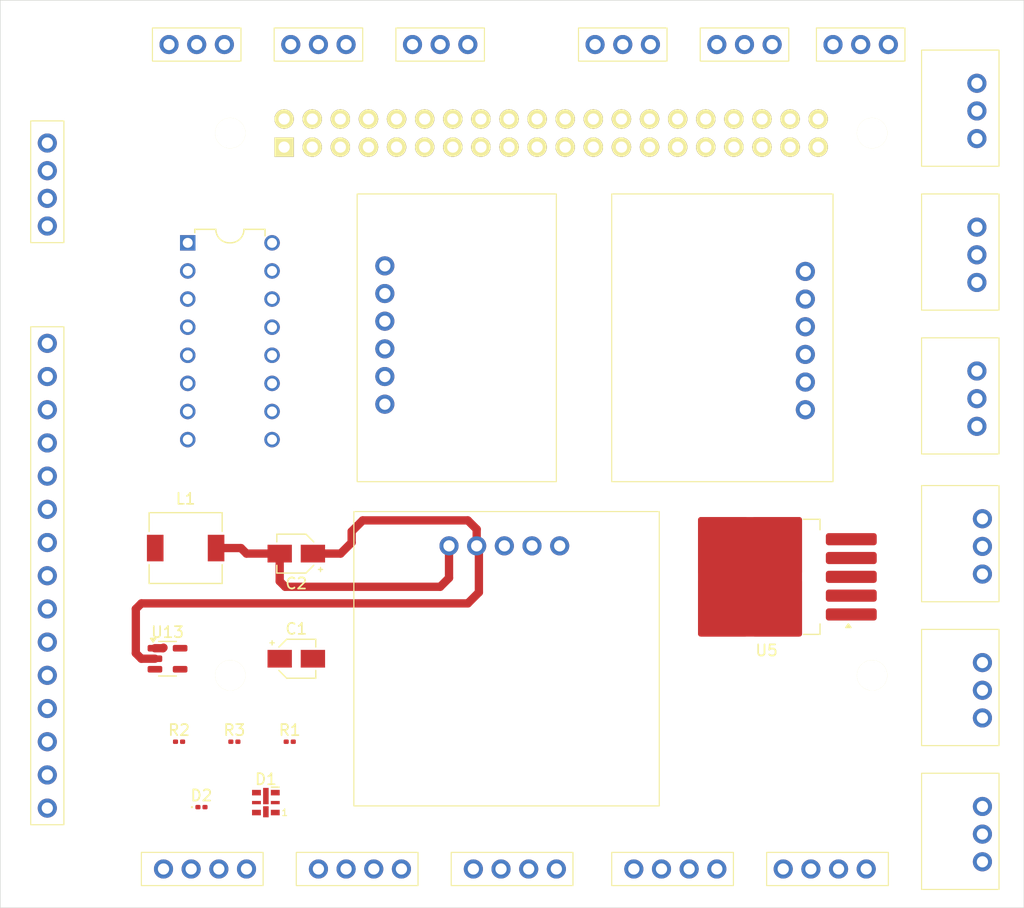
<source format=kicad_pcb>
(kicad_pcb (version 20240108) (generator "pcbnew") (generator_version "8.0")
  (layers (0 "F.Cu" signal) (31 "B.Cu" signal) (34 "B.Paste" user) (35 "F.Paste" user) (36 "B.SilkS" user "B.Silkscreen") (37 "F.SilkS" user "F.Silkscreen") (38 "B.Mask" user) (39 "F.Mask" user) (44 "Edge.Cuts" user))
  (net 0 "")
  (net 2 "+8V")
  (net 4 "Net-(D1-A)")
  (net 5 "SDA")
  (net 6 "PWM1")
  (net 7 "RX0")
  (net 8 "CS{slash}SHDN")
  (net 12 "CLK")
  (net 14 "D3")
  (net 16 "PWM0")
  (net 17 "TX0")
  (net 19 "D2")
  (net 21 "PWM2")
  (net 23 "GND")
  (net 24 "SCL")
  (net 27 "D4")
  (net 28 "+3.3V")
  (net 32 "DIN")
  (net 34 "D0")
  (net 35 "D1")
  (net 36 "D5")
  (net 37 "DOUT")
  (net 41 "A1")
  (net 42 "A2")
  (net 43 "A3")
  (net 44 "A4")
  (net 45 "A5")
  (net 46 "A6")
  (net 47 "A0")
  (net 53 "+5V")
  (net 54 "Net-(D2-K)")
  (net 55 "Net-(U13--)")
  (net 56 "Battery (+)")
  (net 59 "BAT+")
  (net 60 "BAT-")
  (footprint "Resistor_SMD:R_0201_0603Metric" (layer "F.Cu") (at 130.905 124)
    (property "Reference" "R1" (at 0 -1.05 0) (layer "F.SilkS"))
    (property "Value" "300Ω")
    (pad "1" smd roundrect (at -0.32 0) (size 0.46 0.4) (layers "F.Cu" "F.Mask") (net 53 "+5V"))
    (pad "2" smd roundrect (at 0.32 0) (size 0.46 0.4) (layers "F.Cu" "F.Mask") (net 4 "Net-(D1-A)"))
  )
  (footprint "TAFLab-Footprint-Library:DS18B20_Water_Temp_Sensor" (layer "F.Cu") (at 191 84.5 180)
    (property "Reference" "U7" (hide yes))
    (property "Value" "~" (hide yes))
    (fp_rect (start -4 -13.5) (end 3 -3) (stroke (width 0.1)) (fill none) (layer "F.SilkS"))
    (pad "1" thru_hole oval (at -2 -11 180) (size 1.7272 1.7272) (drill 1.016) (layers "*.Cu" "*.Mask") (net 34 "D0"))
    (pad "2" thru_hole oval (at -2 -8.5 180) (size 1.7272 1.7272) (drill 1.016) (layers "*.Cu" "*.Mask") (net 53 "+5V"))
    (pad "3" thru_hole oval (at -2 -6 180) (size 1.7272 1.7272) (drill 1.016) (layers "*.Cu" "*.Mask") (net 23 "GND"))
  )
  (footprint "Package_TO_SOT_SMD:TSOT-23-5" (layer "F.Cu") (at 119.8625 116.5)
    (property "Reference" "U13" (at 0 -2.4 0) (layer "F.SilkS"))
    (property "Value" "AD8603")
    (fp_line (start 0 -1.56) (end -0.8 -1.56) (stroke (width 0.12)) (layer "F.SilkS"))
    (fp_line (start 0 -1.56) (end 0.8 -1.56) (stroke (width 0.12)) (layer "F.SilkS"))
    (fp_line (start 0 1.56) (end -0.8 1.56) (stroke (width 0.12)) (layer "F.SilkS"))
    (fp_line (start 0 1.56) (end 0.8 1.56) (stroke (width 0.12)) (layer "F.SilkS"))
    (fp_poly (pts (xy -1.3 -1.51) (xy -1.54 -1.84) (xy -1.06 -1.84) (xy -1.3 -1.51)) (stroke (width 0.12)) (fill solid) (layer "F.SilkS"))
    (pad "1" smd roundrect (at -1.1375 -0.95) (size 1.325 0.6) (layers "F.Cu" "F.Paste" "F.Mask") (net 2 "+8V"))
    (pad "2" smd roundrect (at -1.1375 0) (size 1.325 0.6) (layers "F.Cu" "F.Paste" "F.Mask") (net 23 "GND"))
    (pad "3" smd roundrect (at -1.1375 0.95) (size 1.325 0.6) (layers "F.Cu" "F.Paste" "F.Mask") (net 53 "+5V"))
    (pad "4" smd roundrect (at 1.1375 0.95) (size 1.325 0.6) (layers "F.Cu" "F.Paste" "F.Mask") (net 55 "Net-(U13--)"))
    (pad "5" smd roundrect (at 1.1375 -0.95) (size 1.325 0.6) (layers "F.Cu" "F.Paste" "F.Mask") (net 56 "Battery (+)"))
  )
  (footprint "TAFLab-Footprint-Library:INA219_BatteryPowerSensor" (layer "F.Cu") (at 177.5 77 180)
    (property "Reference" "U15" (hide yes))
    (property "Value" "~" (hide yes))
    (fp_rect (start -2.5 -23.5) (end 17.5 2.5) (stroke (width 0.1)) (fill none) (layer "F.SilkS"))
    (pad "1" thru_hole oval (at 0 -17 180) (size 1.7272 1.7272) (drill 1.016) (layers "*.Cu" "*.Mask") (net 53 "+5V"))
    (pad "2" thru_hole oval (at 0 -14.5 180) (size 1.7272 1.7272) (drill 1.016) (layers "*.Cu" "*.Mask") (net 23 "GND"))
    (pad "3" thru_hole oval (at 0 -12 180) (size 1.7272 1.7272) (drill 1.016) (layers "*.Cu" "*.Mask") (net 24 "SCL"))
    (pad "4" thru_hole oval (at 0 -9.5 180) (size 1.7272 1.7272) (drill 1.016) (layers "*.Cu" "*.Mask") (net 5 "SDA"))
    (pad "5" thru_hole oval (at 0 -7 180) (size 1.7272 1.7272) (drill 1.016) (layers "*.Cu" "*.Mask"))
    (pad "6" thru_hole oval (at 0 -4.5 180) (size 1.7272 1.7272) (drill 1.016) (layers "*.Cu" "*.Mask"))
  )
  (footprint "TAFLab-Footprint-Library:RaspberryPi_4" (layer "F.Cu") (at 154.53 69)
    (property "Reference" "RP1" (hide yes))
    (property "Value" "Raspberry_Pi_2_3" (hide yes))
    (pad "" np_thru_hole circle (at -29 0) (size 2.75 2.75) (drill 2.75) (layers "*.Cu" "*.Mask" "F.SilkS"))
    (pad "" np_thru_hole circle (at -29 49) (size 2.75 2.75) (drill 2.75) (layers "*.Cu" "*.Mask" "F.SilkS"))
    (pad "" np_thru_hole circle (at 29 0) (size 2.75 2.75) (drill 2.75) (layers "*.Cu" "*.Mask" "F.SilkS"))
    (pad "" np_thru_hole circle (at 29 49) (size 2.75 2.75) (drill 2.75) (layers "*.Cu" "*.Mask" "F.SilkS"))
    (pad "1" thru_hole rect (at -24.13 1.27) (size 1.75 1.75) (drill 1.016) (layers "*.Cu" "*.Mask" "F.SilkS") (net 28 "+3.3V"))
    (pad "2" thru_hole circle (at -24.13 -1.27) (size 1.75 1.75) (drill 1.016) (layers "*.Cu" "*.Mask" "F.SilkS") (net 53 "+5V"))
    (pad "3" thru_hole circle (at -21.59 1.27) (size 1.75 1.75) (drill 1.016) (layers "*.Cu" "*.Mask" "F.SilkS") (net 5 "SDA"))
    (pad "4" thru_hole circle (at -21.59 -1.27) (size 1.75 1.75) (drill 1.016) (layers "*.Cu" "*.Mask" "F.SilkS"))
    (pad "5" thru_hole circle (at -19.05 1.27) (size 1.75 1.75) (drill 1.016) (layers "*.Cu" "*.Mask" "F.SilkS") (net 24 "SCL"))
    (pad "6" thru_hole circle (at -19.05 -1.27) (size 1.75 1.75) (drill 1.016) (layers "*.Cu" "*.Mask" "F.SilkS") (net 23 "GND"))
    (pad "7" thru_hole circle (at -16.51 1.27) (size 1.75 1.75) (drill 1.016) (layers "*.Cu" "*.Mask" "F.SilkS") (net 34 "D0"))
    (pad "8" thru_hole circle (at -16.51 -1.27) (size 1.75 1.75) (drill 1.016) (layers "*.Cu" "*.Mask" "F.SilkS") (net 7 "RX0"))
    (pad "9" thru_hole circle (at -13.97 1.27) (size 1.75 1.75) (drill 1.016) (layers "*.Cu" "*.Mask" "F.SilkS"))
    (pad "10" thru_hole circle (at -13.97 -1.27) (size 1.75 1.75) (drill 1.016) (layers "*.Cu" "*.Mask" "F.SilkS") (net 17 "TX0"))
    (pad "11" thru_hole circle (at -11.43 1.27) (size 1.75 1.75) (drill 1.016) (layers "*.Cu" "*.Mask" "F.SilkS") (net 8 "CS{slash}SHDN"))
    (pad "12" thru_hole circle (at -11.43 -1.27) (size 1.75 1.75) (drill 1.016) (layers "*.Cu" "*.Mask" "F.SilkS") (net 21 "PWM2"))
    (pad "13" thru_hole circle (at -8.89 1.27) (size 1.75 1.75) (drill 1.016) (layers "*.Cu" "*.Mask" "F.SilkS") (net 35 "D1"))
    (pad "14" thru_hole circle (at -8.89 -1.27) (size 1.75 1.75) (drill 1.016) (layers "*.Cu" "*.Mask" "F.SilkS"))
    (pad "15" thru_hole circle (at -6.35 1.27) (size 1.75 1.75) (drill 1.016) (layers "*.Cu" "*.Mask" "F.SilkS") (net 19 "D2"))
    (pad "16" thru_hole circle (at -6.35 -1.27) (size 1.75 1.75) (drill 1.016) (layers "*.Cu" "*.Mask" "F.SilkS") (net 14 "D3"))
    (pad "17" thru_hole circle (at -3.81 1.27) (size 1.75 1.75) (drill 1.016) (layers "*.Cu" "*.Mask" "F.SilkS"))
    (pad "18" thru_hole circle (at -3.81 -1.27) (size 1.75 1.75) (drill 1.016) (layers "*.Cu" "*.Mask" "F.SilkS"))
    (pad "19" thru_hole circle (at -1.27 1.27) (size 1.75 1.75) (drill 1.016) (layers "*.Cu" "*.Mask" "F.SilkS") (net 27 "D4"))
    (pad "20" thru_hole circle (at -1.27 -1.27) (size 1.75 1.75) (drill 1.016) (layers "*.Cu" "*.Mask" "F.SilkS"))
    (pad "21" thru_hole circle (at 1.27 1.27) (size 1.75 1.75) (drill 1.016) (layers "*.Cu" "*.Mask" "F.SilkS"))
    (pad "22" thru_hole circle (at 1.27 -1.27) (size 1.75 1.75) (drill 1.016) (layers "*.Cu" "*.Mask" "F.SilkS") (net 36 "D5"))
    (pad "23" thru_hole circle (at 3.81 1.27) (size 1.75 1.75) (drill 1.016) (layers "*.Cu" "*.Mask" "F.SilkS"))
    (pad "24" thru_hole circle (at 3.81 -1.27) (size 1.75 1.75) (drill 1.016) (layers "*.Cu" "*.Mask" "F.SilkS"))
    (pad "25" thru_hole circle (at 6.35 1.27) (size 1.75 1.75) (drill 1.016) (layers "*.Cu" "*.Mask" "F.SilkS"))
    (pad "26" thru_hole circle (at 6.35 -1.27) (size 1.75 1.75) (drill 1.016) (layers "*.Cu" "*.Mask" "F.SilkS"))
    (pad "27" thru_hole circle (at 8.89 1.27) (size 1.75 1.75) (drill 1.016) (layers "*.Cu" "*.Mask" "F.SilkS"))
    (pad "28" thru_hole circle (at 8.89 -1.27) (size 1.75 1.75) (drill 1.016) (layers "*.Cu" "*.Mask" "F.SilkS"))
    (pad "29" thru_hole circle (at 11.43 1.27) (size 1.75 1.75) (drill 1.016) (layers "*.Cu" "*.Mask" "F.SilkS"))
    (pad "30" thru_hole circle (at 11.43 -1.27) (size 1.75 1.75) (drill 1.016) (layers "*.Cu" "*.Mask" "F.SilkS"))
    (pad "31" thru_hole circle (at 13.97 1.27) (size 1.75 1.75) (drill 1.016) (layers "*.Cu" "*.Mask" "F.SilkS"))
    (pad "32" thru_hole circle (at 13.97 -1.27) (size 1.75 1.75) (drill 1.016) (layers "*.Cu" "*.Mask" "F.SilkS") (net 16 "PWM0"))
    (pad "33" thru_hole circle (at 16.51 1.27) (size 1.75 1.75) (drill 1.016) (layers "*.Cu" "*.Mask" "F.SilkS") (net 6 "PWM1"))
    (pad "34" thru_hole circle (at 16.51 -1.27) (size 1.75 1.75) (drill 1.016) (layers "*.Cu" "*.Mask" "F.SilkS"))
    (pad "35" thru_hole circle (at 19.05 1.27) (size 1.75 1.75) (drill 1.016) (layers "*.Cu" "*.Mask" "F.SilkS") (net 37 "DOUT"))
    (pad "36" thru_hole circle (at 19.05 -1.27) (size 1.75 1.75) (drill 1.016) (layers "*.Cu" "*.Mask" "F.SilkS"))
    (pad "37" thru_hole circle (at 21.59 1.27) (size 1.75 1.75) (drill 1.016) (layers "*.Cu" "*.Mask" "F.SilkS"))
    (pad "38" thru_hole circle (at 21.59 -1.27) (size 1.75 1.75) (drill 1.016) (layers "*.Cu" "*.Mask" "F.SilkS") (net 32 "DIN"))
    (pad "39" thru_hole circle (at 24.13 1.27) (size 1.75 1.75) (drill 1.016) (layers "*.Cu" "*.Mask" "F.SilkS"))
    (pad "40" thru_hole circle (at 24.13 -1.27) (size 1.75 1.75) (drill 1.016) (layers "*.Cu" "*.Mask" "F.SilkS") (net 12 "CLK"))
  )
  (footprint "TAFLab-Footprint-Library:Default4Pin" (layer "F.Cu") (at 148.5 135.5 90)
    (property "Reference" "U26" (hide yes))
    (property "Value" "~" (hide yes))
    (fp_rect (start -1.5 -17) (end 1.5 -6) (stroke (width 0.1)) (fill none) (layer "F.SilkS"))
    (pad "1" thru_hole oval (at 0 -15 90) (size 1.7272 1.7272) (drill 1.016) (layers "*.Cu" "*.Mask") (net 53 "+5V"))
    (pad "2" thru_hole oval (at 0 -12.5 90) (size 1.7272 1.7272) (drill 1.016) (layers "*.Cu" "*.Mask") (net 23 "GND"))
    (pad "3" thru_hole oval (at 0 -10 90) (size 1.7272 1.7272) (drill 1.016) (layers "*.Cu" "*.Mask") (net 5 "SDA"))
    (pad "4" thru_hole oval (at 0 -7.5 90) (size 1.7272 1.7272) (drill 1.016) (layers "*.Cu" "*.Mask") (net 24 "SCL"))
  )
  (footprint "Resistor_SMD:R_0201_0603Metric" (layer "F.Cu") (at 120.905 124)
    (property "Reference" "R2" (at 0 -1.05 0) (layer "F.SilkS"))
    (property "Value" "160Ω")
    (pad "1" smd roundrect (at -0.32 0) (size 0.46 0.4) (layers "F.Cu" "F.Mask") (net 55 "Net-(U13--)"))
    (pad "2" smd roundrect (at 0.32 0) (size 0.46 0.4) (layers "F.Cu" "F.Mask") (net 2 "+8V"))
  )
  (footprint "TAFLab-Footprint-Library:Default3Pin" (layer "F.Cu") (at 153.5 61 -90)
    (property "Reference" "U21" (hide yes))
    (property "Value" "~" (hide yes))
    (fp_rect (start -1.5 -11.5) (end 1.5 -3.5) (stroke (width 0.1)) (fill none) (layer "F.SilkS"))
    (pad "1" thru_hole oval (at 0 -10 270) (size 1.7272 1.7272) (drill 1.016) (layers "*.Cu" "*.Mask") (net 53 "+5V"))
    (pad "2" thru_hole oval (at 0 -7.5 270) (size 1.7272 1.7272) (drill 1.016) (layers "*.Cu" "*.Mask") (net 23 "GND"))
    (pad "3" thru_hole oval (at 0 -5 270) (size 1.7272 1.7272) (drill 1.016) (layers "*.Cu" "*.Mask") (net 36 "D5"))
  )
  (footprint "TAFLab-Footprint-Library:Default4Pin" (layer "F.Cu") (at 168 135.5 -90)
    (property "Reference" "U28" (hide yes))
    (property "Value" "~" (hide yes))
    (fp_rect (start -1.5 -17) (end 1.5 -6) (stroke (width 0.1)) (fill none) (layer "F.SilkS"))
    (pad "1" thru_hole oval (at 0 -15 270) (size 1.7272 1.7272) (drill 1.016) (layers "*.Cu" "*.Mask") (net 53 "+5V"))
    (pad "2" thru_hole oval (at 0 -12.5 270) (size 1.7272 1.7272) (drill 1.016) (layers "*.Cu" "*.Mask") (net 23 "GND"))
    (pad "3" thru_hole oval (at 0 -10 270) (size 1.7272 1.7272) (drill 1.016) (layers "*.Cu" "*.Mask") (net 5 "SDA"))
    (pad "4" thru_hole oval (at 0 -7.5 270) (size 1.7272 1.7272) (drill 1.016) (layers "*.Cu" "*.Mask") (net 24 "SCL"))
  )
  (footprint "TAFLab-Footprint-Library:DS18B20_Water_Temp_Sensor" (layer "F.Cu") (at 191 71.5 180)
    (property "Reference" "U8" (hide yes))
    (property "Value" "~" (hide yes))
    (fp_rect (start -4 -13.5) (end 3 -3) (stroke (width 0.1)) (fill none) (layer "F.SilkS"))
    (pad "1" thru_hole oval (at -2 -11 180) (size 1.7272 1.7272) (drill 1.016) (layers "*.Cu" "*.Mask") (net 35 "D1"))
    (pad "2" thru_hole oval (at -2 -8.5 180) (size 1.7272 1.7272) (drill 1.016) (layers "*.Cu" "*.Mask") (net 53 "+5V"))
    (pad "3" thru_hole oval (at -2 -6 180) (size 1.7272 1.7272) (drill 1.016) (layers "*.Cu" "*.Mask") (net 23 "GND"))
  )
  (footprint "TAFLab-Footprint-Library:Default4Pin" (layer "F.Cu") (at 177 135.5 90)
    (property "Reference" "U29" (hide yes))
    (property "Value" "~" (hide yes))
    (fp_rect (start -1.5 -17) (end 1.5 -6) (stroke (width 0.1)) (fill none) (layer "F.SilkS"))
    (pad "1" thru_hole oval (at 0 -15 90) (size 1.7272 1.7272) (drill 1.016) (layers "*.Cu" "*.Mask") (net 53 "+5V"))
    (pad "2" thru_hole oval (at 0 -12.5 90) (size 1.7272 1.7272) (drill 1.016) (layers "*.Cu" "*.Mask") (net 23 "GND"))
    (pad "3" thru_hole oval (at 0 -10 90) (size 1.7272 1.7272) (drill 1.016) (layers "*.Cu" "*.Mask") (net 5 "SDA"))
    (pad "4" thru_hole oval (at 0 -7.5 90) (size 1.7272 1.7272) (drill 1.016) (layers "*.Cu" "*.Mask") (net 24 "SCL"))
  )
  (footprint "Capacitor_SMD:CP_Elec_3x5.3" (layer "F.Cu") (at 131.5 107 180)
    (property "Reference" "C2" (at 0 -2.7 180) (layer "F.SilkS"))
    (property "Value" "220 uF")
    (fp_line (start 1.76 1.76) (end 1.76 1.06) (stroke (width 0.12)) (layer "F.SilkS"))
    (fp_line (start 1.76 -1.76) (end 1.76 -1.06) (stroke (width 0.12)) (layer "F.SilkS"))
    (fp_line (start -0.870563 1.76) (end 1.76 1.76) (stroke (width 0.12)) (layer "F.SilkS"))
    (fp_line (start -0.870563 -1.76) (end 1.76 -1.76) (stroke (width 0.12)) (layer "F.SilkS"))
    (fp_line (start -1.570563 1.06) (end -0.870563 1.76) (stroke (width 0.12)) (layer "F.SilkS"))
    (fp_line (start -1.570563 -1.06) (end -0.870563 -1.76) (stroke (width 0.12)) (layer "F.SilkS"))
    (fp_line (start -2.1875 -1.6225) (end -2.1875 -1.2475) (stroke (width 0.12)) (layer "F.SilkS"))
    (fp_line (start -2.375 -1.435) (end -2 -1.435) (stroke (width 0.12)) (layer "F.SilkS"))
    (pad "1" smd rect (at -1.5 0 180) (size 2.2 1.6) (layers "F.Cu" "F.Paste" "F.Mask") (net 23 "GND"))
    (pad "2" smd rect (at 1.5 0 180) (size 2.2 1.6) (layers "F.Cu" "F.Paste" "F.Mask") (net 53 "+5V"))
  )
  (footprint "TAFLab-Footprint-Library:Default3Pin" (layer "F.Cu") (at 164.5 61 -90)
    (property "Reference" "U20" (hide yes))
    (property "Value" "~" (hide yes))
    (fp_rect (start -1.5 -11.5) (end 1.5 -3.5) (stroke (width 0.1)) (fill none) (layer "F.SilkS"))
    (pad "1" thru_hole oval (at 0 -10 270) (size 1.7272 1.7272) (drill 1.016) (layers "*.Cu" "*.Mask") (net 53 "+5V"))
    (pad "2" thru_hole oval (at 0 -7.5 270) (size 1.7272 1.7272) (drill 1.016) (layers "*.Cu" "*.Mask") (net 23 "GND"))
    (pad "3" thru_hole oval (at 0 -5 270) (size 1.7272 1.7272) (drill 1.016) (layers "*.Cu" "*.Mask") (net 27 "D4"))
  )
  (footprint "Inductor_SMD:L_6.3x6.3_H3" (layer "F.Cu") (at 121.5 106.5)
    (property "Reference" "L1" (at 0 -4.45 0) (layer "F.SilkS"))
    (property "Value" "33uH")
    (fp_line (start -3.3 -3.2) (end 3.3 -3.2) (stroke (width 0.12)) (layer "F.SilkS"))
    (fp_line (start -3.3 -1.5) (end -3.3 -3.2) (stroke (width 0.12)) (layer "F.SilkS"))
    (fp_line (start -3.3 3.2) (end -3.3 1.5) (stroke (width 0.12)) (layer "F.SilkS"))
    (fp_line (start 3.3 -3.2) (end 3.3 -1.5) (stroke (width 0.12)) (layer "F.SilkS"))
    (fp_line (start 3.3 1.5) (end 3.3 3.2) (stroke (width 0.12)) (layer "F.SilkS"))
    (fp_line (start 3.3 3.2) (end -3.3 3.2) (stroke (width 0.12)) (layer "F.SilkS"))
    (pad "1" smd rect (at -2.75 0) (size 1.5 2.4) (layers "F.Cu" "F.Paste" "F.Mask") (net 54 "Net-(D2-K)"))
    (pad "2" smd rect (at 2.75 0) (size 1.5 2.4) (layers "F.Cu" "F.Paste" "F.Mask") (net 53 "+5V"))
  )
  (footprint "TAFLab-Footprint-Library:GT-U7_GPS" (layer "F.Cu") (at 140.3 106.3 -90)
    (property "Reference" "U4" (hide yes))
    (property "Value" "~" (hide yes))
    (fp_rect (start -3.1 -24) (end 23.5 3.6) (stroke (width 0.1)) (fill none) (layer "F.SilkS"))
    (pad "1" thru_hole oval (at 0 -15 270) (size 1.7272 1.7272) (drill 1.016) (layers "*.Cu" "*.Mask"))
    (pad "2" thru_hole oval (at 0 -12.5 270) (size 1.7272 1.7272) (drill 1.016) (layers "*.Cu" "*.Mask") (net 17 "TX0"))
    (pad "3" thru_hole oval (at 0 -10 270) (size 1.7272 1.7272) (drill 1.016) (layers "*.Cu" "*.Mask") (net 7 "RX0"))
    (pad "4" thru_hole oval (at 0 -7.5 270) (size 1.7272 1.7272) (drill 1.016) (layers "*.Cu" "*.Mask") (net 23 "GND"))
    (pad "5" thru_hole oval (at 0 -5 270) (size 1.7272 1.7272) (drill 1.016) (layers "*.Cu" "*.Mask") (net 53 "+5V"))
  )
  (footprint "LED_SMD:LED-APA102-2020" (layer "F.Cu") (at 128.75 129.5 180)
    (property "Reference" "D1" (at 0 2.11 180) (layer "F.SilkS"))
    (property "Value" "LED")
    (fp_line (start -1.2 1.4) (end -0.5 1.4) (stroke (width 0.12)) (layer "F.SilkS"))
    (fp_text user "1" (at -1.7 -0.9 180) (layer "F.SilkS") (effects (font (size 0.6 0.6) (thickness 0.1))))
    (pad "1" smd rect (at -0.85 -0.9 180) (size 0.8 0.5) (layers "F.Cu" "F.Paste" "F.Mask") (net 23 "GND"))
    (pad "1" smd rect (at 0 -0.83 270) (size 1 0.5) (layers "F.Cu" "F.Paste" "F.Mask") (net 23 "GND"))
    (pad "2" smd rect (at -0.85 0 180) (size 0.8 0.3) (layers "F.Cu" "F.Paste" "F.Mask") (net 4 "Net-(D1-A)"))
    (pad "3" smd rect (at -0.85 0.9 180) (size 0.8 0.5) (layers "F.Cu" "F.Paste" "F.Mask"))
    (pad "4" smd rect (at 0.85 0.9 180) (size 0.8 0.5) (layers "F.Cu" "F.Paste" "F.Mask"))
    (pad "5" smd rect (at 0.85 0 180) (size 0.8 0.3) (layers "F.Cu" "F.Paste" "F.Mask"))
    (pad "6" smd rect (at 0 0.59 270) (size 1.48 0.5) (layers "F.Cu" "F.Paste" "F.Mask"))
    (pad "6" smd rect (at 0.85 -0.9 180) (size 0.8 0.5) (layers "F.Cu" "F.Paste" "F.Mask"))
  )
  (footprint "TAFLab-Footprint-Library:MPU6050_IMU_Accelerometer" (layer "F.Cu") (at 139 97)
    (property "Reference" "U6" (hide yes))
    (property "Value" "~" (hide yes))
    (fp_rect (start -2 -22.5) (end 16 3.5) (stroke (width 0.1)) (fill none) (layer "F.SilkS"))
    (pad "1" thru_hole oval (at 0.5 -16) (size 1.7272 1.7272) (drill 1.016) (layers "*.Cu" "*.Mask") (net 53 "+5V"))
    (pad "2" thru_hole oval (at 0.5 -13.5) (size 1.7272 1.7272) (drill 1.016) (layers "*.Cu" "*.Mask"))
    (pad "3" thru_hole oval (at 0.5 -11) (size 1.7272 1.7272) (drill 1.016) (layers "*.Cu" "*.Mask") (net 23 "GND"))
    (pad "4" thru_hole oval (at 0.5 -8.5) (size 1.7272 1.7272) (drill 1.016) (layers "*.Cu" "*.Mask") (net 24 "SCL"))
    (pad "5" thru_hole oval (at 0.5 -6) (size 1.7272 1.7272) (drill 1.016) (layers "*.Cu" "*.Mask") (net 5 "SDA"))
    (pad "6" thru_hole oval (at 0.5 -3.5) (size 1.7272 1.7272) (drill 1.016) (layers "*.Cu" "*.Mask"))
  )
  (footprint "TAFLab-Footprint-Library:MCP3008" (layer "F.Cu") (at 125.5 87.81 -90)
    (property "Reference" "U33" (hide yes))
    (property "Value" "MCP3008" (hide yes))
    (fp_line (start -10.11 3.175) (end -9.8 3.175) (stroke (width 0.127)) (layer "F.SilkS"))
    (fp_line (start -10.11 3.175) (end -10.11 1.27) (stroke (width 0.127)) (layer "F.SilkS"))
    (fp_line (start -10.11 -1.27) (end -10.11 -3.175) (stroke (width 0.127)) (layer "F.SilkS"))
    (fp_line (start -10.11 -3.175) (end -9.525 -3.175) (stroke (width 0.127)) (layer "F.SilkS"))
    (fp_arc (start -8.89 0.05) (mid -9.24733 0.91267) (end -10.11 1.27) (stroke (width 0.127)) (layer "F.SilkS"))
    (fp_arc (start -10.11 -1.27) (mid -9.24733 -0.91267) (end -8.89 -0.05) (stroke (width 0.127)) (layer "F.SilkS"))
    (pad "1" thru_hole rect (at -8.89 3.81 270) (size 1.4 1.4) (drill 0.9) (layers "*.Cu" "*.Mask") (net 47 "A0"))
    (pad "2" thru_hole circle (at -6.35 3.81 270) (size 1.4 1.4) (drill 0.9) (layers "*.Cu" "*.Mask") (net 41 "A1"))
    (pad "3" thru_hole circle (at -3.81 3.81 270) (size 1.4 1.4) (drill 0.9) (layers "*.Cu" "*.Mask") (net 42 "A2"))
    (pad "4" thru_hole circle (at -1.27 3.81 270) (size 1.4 1.4) (drill 0.9) (layers "*.Cu" "*.Mask") (net 43 "A3"))
    (pad "5" thru_hole circle (at 1.27 3.81 270) (size 1.4 1.4) (drill 0.9) (layers "*.Cu" "*.Mask") (net 44 "A4"))
    (pad "6" thru_hole circle (at 3.81 3.81 270) (size 1.4 1.4) (drill 0.9) (layers "*.Cu" "*.Mask") (net 45 "A5"))
    (pad "7" thru_hole circle (at 6.35 3.81 270) (size 1.4 1.4) (drill 0.9) (layers "*.Cu" "*.Mask") (net 46 "A6"))
    (pad "8" thru_hole circle (at 8.89 3.81 270) (size 1.4 1.4) (drill 0.9) (layers "*.Cu" "*.Mask"))
    (pad "9" thru_hole circle (at 8.89 -3.81 270) (size 1.4 1.4) (drill 0.9) (layers "*.Cu" "*.Mask") (net 23 "GND"))
    (pad "10" thru_hole circle (at 6.35 -3.81 270) (size 1.4 1.4) (drill 0.9) (layers "*.Cu" "*.Mask") (net 8 "CS{slash}SHDN"))
    (pad "11" thru_hole circle (at 3.81 -3.81 270) (size 1.4 1.4) (drill 0.9) (layers "*.Cu" "*.Mask") (net 32 "DIN"))
    (pad "12" thru_hole circle (at 1.27 -3.81 270) (size 1.4 1.4) (drill 0.9) (layers "*.Cu" "*.Mask") (net 37 "DOUT"))
    (pad "13" thru_hole circle (at -1.27 -3.81 270) (size 1.4 1.4) (drill 0.9) (layers "*.Cu" "*.Mask") (net 12 "CLK"))
    (pad "14" thru_hole circle (at -3.81 -3.81 270) (size 1.4 1.4) (drill 0.9) (layers "*.Cu" "*.Mask") (net 23 "GND"))
    (pad "15" thru_hole circle (at -6.35 -3.81 270) (size 1.4 1.4) (drill 0.9) (layers "*.Cu" "*.Mask") (net 28 "+3.3V"))
    (pad "16" thru_hole circle (at -8.89 -3.81 270) (size 1.4 1.4) (drill 0.9) (layers "*.Cu" "*.Mask") (net 28 "+3.3V"))
  )
  (footprint "Capacitor_SMD:CP_Elec_3x5.3" (layer "F.Cu") (at 131.5 116.5)
    (property "Reference" "C1" (at 0 -2.7 0) (layer "F.SilkS"))
    (property "Value" "680 uF")
    (fp_line (start -2.375 -1.435) (end -2 -1.435) (stroke (width 0.12)) (layer "F.SilkS"))
    (fp_line (start -2.1875 -1.6225) (end -2.1875 -1.2475) (stroke (width 0.12)) (layer "F.SilkS"))
    (fp_line (start -1.570563 -1.06) (end -0.870563 -1.76) (stroke (width 0.12)) (layer "F.SilkS"))
    (fp_line (start -1.570563 1.06) (end -0.870563 1.76) (stroke (width 0.12)) (layer "F.SilkS"))
    (fp_line (start -0.870563 -1.76) (end 1.76 -1.76) (stroke (width 0.12)) (layer "F.SilkS"))
    (fp_line (start -0.870563 1.76) (end 1.76 1.76) (stroke (width 0.12)) (layer "F.SilkS"))
    (fp_line (start 1.76 -1.76) (end 1.76 -1.06) (stroke (width 0.12)) (layer "F.SilkS"))
    (fp_line (start 1.76 1.76) (end 1.76 1.06) (stroke (width 0.12)) (layer "F.SilkS"))
    (pad "1" smd rect (at -1.5 0) (size 2.2 1.6) (layers "F.Cu" "F.Paste" "F.Mask") (net 60 "BAT-"))
    (pad "2" smd rect (at 1.5 0) (size 2.2 1.6) (layers "F.Cu" "F.Paste" "F.Mask") (net 59 "BAT+"))
  )
  (footprint "TAFLab-Footprint-Library:Default4Pin" (layer "F.Cu") (at 109 84.9)
    (property "Reference" "U14" (hide yes))
    (property "Value" "~" (hide yes))
    (fp_rect (start -1.5 -17) (end 1.5 -6) (stroke (width 0.1)) (fill none) (layer "F.SilkS"))
    (pad "1" thru_hole oval (at 0 -15) (size 1.7272 1.7272) (drill 1.016) (layers "*.Cu" "*.Mask") (net 53 "+5V"))
    (pad "2" thru_hole oval (at 0 -12.5) (size 1.7272 1.7272) (drill 1.016) (layers "*.Cu" "*.Mask") (net 23 "GND"))
    (pad "3" thru_hole oval (at 0 -10) (size 1.7272 1.7272) (drill 1.016) (layers "*.Cu" "*.Mask") (net 5 "SDA"))
    (pad "4" thru_hole oval (at 0 -7.5) (size 1.7272 1.7272) (drill 1.016) (layers "*.Cu" "*.Mask") (net 24 "SCL"))
  )
  (footprint "TAFLab-Footprint-Library:HW038_WaterLevelSensor" (layer "F.Cu") (at 193 93.85 180)
    (property "Reference" "U12" (hide yes))
    (property "Value" "~" (hide yes))
    (fp_rect (start -2 -17.5) (end 5 -7) (stroke (width 0.1)) (fill none) (layer "F.SilkS"))
    (pad "1" thru_hole oval (at -0.5 -10 180) (size 1.7272 1.7272) (drill 1.016) (layers "*.Cu" "*.Mask") (net 43 "A3"))
    (pad "2" thru_hole oval (at -0.5 -12.5 180) (size 1.7272 1.7272) (drill 1.016) (layers "*.Cu" "*.Mask") (net 53 "+5V"))
    (pad "3" thru_hole oval (at -0.5 -15 180) (size 1.7272 1.7272) (drill 1.016) (layers "*.Cu" "*.Mask") (net 23 "GND"))
  )
  (footprint "Package_TO_SOT_SMD:TO-263-5_TabPin3" (layer "F.Cu") (at 174 109.1 180)
    (property "Reference" "U5" (at 0 -6.65 180) (layer "F.SilkS"))
    (property "Value" "LM2596S-5")
    (fp_line (start -3.325 5.2) (end -4.825 5.2) (stroke (width 0.12)) (layer "F.SilkS"))
    (fp_line (start -3.325 -5.2) (end -4.825 -5.2) (stroke (width 0.12)) (layer "F.SilkS"))
    (fp_line (start -4.825 5.2) (end -4.825 4.25) (stroke (width 0.12)) (layer "F.SilkS"))
    (fp_line (start -4.825 -5.2) (end -4.825 -4.25) (stroke (width 0.12)) (layer "F.SilkS"))
    (fp_poly (pts (xy -7.3875 -4.25) (xy -7.6275 -4.58) (xy -7.1475 -4.58) (xy -7.3875 -4.25)) (stroke (width 0.12)) (fill solid) (layer "F.SilkS"))
    (pad "1" smd roundrect (at -7.65 -3.4 180) (size 4.6 1.1) (layers "F.Cu" "F.Paste" "F.Mask") (roundrect_rratio 0.227273) (net 59 "BAT+"))
    (pad "2" smd roundrect (at -7.65 -1.7 180) (size 4.6 1.1) (layers "F.Cu" "F.Paste" "F.Mask") (roundrect_rratio 0.227273) (net 54 "Net-(D2-K)"))
    (pad "3" smd roundrect (at -7.65 0 180) (size 4.6 1.1) (layers "F.Cu" "F.Paste" "F.Mask") (roundrect_rratio 0.227273) (net 23 "GND"))
    (pad "3" smd roundrect (at -0.925 -2.775 180) (size 4.55 5.25) (layers "F.Cu" "F.Paste") (roundrect_rratio 0.054945) (net 23 "GND"))
    (pad "3" smd roundrect (at -0.925 2.775 180) (size 4.55 5.25) (layers "F.Cu" "F.Paste") (roundrect_rratio 0.054945) (net 23 "GND"))
    (pad "3" smd roundrect (at 1.5 0 180) (size 9.4 10.8) (layers "F.Cu" "F.Mask") (roundrect_rratio 0.026596) (net 23 "GND"))
    (pad "3" smd roundrect (at 3.925 -2.775 180) (size 4.55 5.25) (layers "F.Cu" "F.Paste") (roundrect_rratio 0.054945) (net 23 "GND"))
    (pad "3" smd roundrect (at 3.925 2.775 180) (size 4.55 5.25) (layers "F.Cu" "F.Paste") (roundrect_rratio 0.054945) (net 23 "GND"))
    (pad "4" smd roundrect (at -7.65 1.7 180) (size 4.6 1.1) (layers "F.Cu" "F.Paste" "F.Mask") (roundrect_rratio 0.227273) (net 53 "+5V"))
    (pad "5" smd roundrect (at -7.65 3.4 180) (size 4.6 1.1) (layers "F.Cu" "F.Paste" "F.Mask") (roundrect_rratio 0.227273) (net 60 "BAT-"))
  )
  (footprint "TAFLab-Footprint-Library:Default3Pin" (layer "F.Cu") (at 152 61 90)
    (property "Reference" "U24" (hide yes))
    (property "Value" "~" (hide yes))
    (fp_rect (start -1.5 -11.5) (end 1.5 -3.5) (stroke (width 0.1)) (fill none) (layer "F.SilkS"))
    (pad "1" thru_hole oval (at 0 -10 90) (size 1.7272 1.7272) (drill 1.016) (layers "*.Cu" "*.Mask") (net 53 "+5V"))
    (pad "2" thru_hole oval (at 0 -7.5 90) (size 1.7272 1.7272) (drill 1.016) (layers "*.Cu" "*.Mask") (net 23 "GND"))
    (pad "3" thru_hole oval (at 0 -5 90) (size 1.7272 1.7272) (drill 1.016) (layers "*.Cu" "*.Mask") (net 46 "A6"))
  )
  (footprint "TAFLab-Footprint-Library:Default3Pin" (layer "F.Cu") (at 141 61 90)
    (property "Reference" "U23" (hide yes))
    (property "Value" "~" (hide yes))
    (fp_rect (start -1.5 -11.5) (end 1.5 -3.5) (stroke (width 0.1)) (fill none) (layer "F.SilkS"))
    (pad "1" thru_hole oval (at 0 -10 90) (size 1.7272 1.7272) (drill 1.016) (layers "*.Cu" "*.Mask") (net 53 "+5V"))
    (pad "2" thru_hole oval (at 0 -7.5 90) (size 1.7272 1.7272) (drill 1.016) (layers "*.Cu" "*.Mask") (net 23 "GND"))
    (pad "3" thru_hole oval (at 0 -5 90) (size 1.7272 1.7272) (drill 1.016) (layers "*.Cu" "*.Mask") (net 45 "A5"))
  )
  (footprint "TAFLab-Footprint-Library:HW038_WaterLevelSensor" (layer "F.Cu") (at 193 106.85 180)
    (property "Reference" "U11" (hide yes))
    (property "Value" "~" (hide yes))
    (fp_rect (start -2 -17.5) (end 5 -7) (stroke (width 0.1)) (fill none) (layer "F.SilkS"))
    (pad "1" thru_hole oval (at -0.5 -10 180) (size 1.7272 1.7272) (drill 1.016) (layers "*.Cu" "*.Mask") (net 42 "A2"))
    (pad "2" thru_hole oval (at -0.5 -12.5 180) (size 1.7272 1.7272) (drill 1.016) (layers "*.Cu" "*.Mask") (net 53 "+5V"))
    (pad "3" thru_hole oval (at -0.5 -15 180) (size 1.7272 1.7272) (drill 1.016) (layers "*.Cu" "*.Mask") (net 23 "GND"))
  )
  (footprint "TAFLab-Footprint-Library:Default4Pin" (layer "F.Cu") (at 162.5 135.5 90)
    (property "Reference" "U27" (hide yes))
    (property "Value" "~" (hide yes))
    (fp_rect (start -1.5 -17) (end 1.5 -6) (stroke (width 0.1)) (fill none) (layer "F.SilkS"))
    (pad "1" thru_hole oval (at 0 -15 90) (size 1.7272 1.7272) (drill 1.016) (layers "*.Cu" "*.Mask") (net 53 "+5V"))
    (pad "2" thru_hole oval (at 0 -12.5 90) (size 1.7272 1.7272) (drill 1.016) (layers "*.Cu" "*.Mask") (net 23 "GND"))
    (pad "3" thru_hole oval (at 0 -10 90) (size 1.7272 1.7272) (drill 1.016) (layers "*.Cu" "*.Mask") (net 5 "SDA"))
    (pad "4" thru_hole oval (at 0 -7.5 90) (size 1.7272 1.7272) (drill 1.016) (layers "*.Cu" "*.Mask") (net 24 "SCL"))
  )
  (footprint "Diode_SMD:D_0201_0603Metric" (layer "F.Cu") (at 122.93 129.91)
    (property "Reference" "D2" (at 0 -1.05 0) (layer "F.SilkS"))
    (property "Value" "D")
    (fp_circle (center -0.86 0) (end -0.81 0) (stroke (width 0.1)) (fill none) (layer "F.SilkS"))
    (pad "1" smd roundrect (at -0.32 0) (size 0.46 0.4) (layers "F.Cu" "F.Mask") (net 54 "Net-(D2-K)"))
    (pad "2" smd roundrect (at 0.32 0) (size 0.46 0.4) (layers "F.Cu" "F.Mask") (net 23 "GND"))
  )
  (footprint "TAFLab-Footprint-Library:RearWireConnector" (layer "F.Cu") (at 107.5 86.5 -90)
    (property "Reference" "U34" (hide yes))
    (property "Value" "~" (hide yes))
    (fp_rect (start 0 -3) (end 45 0) (stroke (width 0.1)) (fill none) (layer "F.SilkS"))
    (pad "1" thru_hole oval (at 1.5 -1.5 270) (size 1.7272 1.7272) (drill 1.016) (layers "*.Cu" "*.Mask") (net 53 "+5V"))
    (pad "2" thru_hole oval (at 4.5 -1.5 270) (size 1.7272 1.7272) (drill 1.016) (layers "*.Cu" "*.Mask") (net 23 "GND"))
    (pad "3" thru_hole oval (at 7.5 -1.5 270) (size 1.7272 1.7272) (drill 1.016) (layers "*.Cu" "*.Mask") (net 21 "PWM2"))
    (pad "4" thru_hole oval (at 10.5 -1.5 270) (size 1.7272 1.7272) (drill 1.016) (layers "*.Cu" "*.Mask") (net 53 "+5V"))
    (pad "5" thru_hole oval (at 13.5 -1.5 270) (size 1.7272 1.7272) (drill 1.016) (layers "*.Cu" "*.Mask") (net 23 "GND"))
    (pad "6" thru_hole oval (at 16.5 -1.5 270) (size 1.7272 1.7272) (drill 1.016) (layers "*.Cu" "*.Mask") (net 6 "PWM1"))
    (pad "7" thru_hole oval (at 19.5 -1.5 270) (size 1.7272 1.7272) (drill 1.016) (layers "*.Cu" "*.Mask") (net 2 "+8V"))
    (pad "8" thru_hole oval (at 22.5 -1.5 270) (size 1.7272 1.7272) (drill 1.016) (layers "*.Cu" "*.Mask") (net 23 "GND"))
    (pad "9" thru_hole oval (at 25.5 -1.5 270) (size 1.7272 1.7272) (drill 1.016) (layers "*.Cu" "*.Mask") (net 16 "PWM0"))
    (pad "10" thru_hole oval (at 28.5 -1.5 270) (size 1.7272 1.7272) (drill 1.016) (layers "*.Cu" "*.Mask") (net 59 "BAT+"))
    (pad "11" thru_hole oval (at 31.5 -1.5 270) (size 1.7272 1.7272) (drill 1.016) (layers "*.Cu" "*.Mask") (net 60 "BAT-"))
    (pad "12" thru_hole oval (at 34.5 -1.5 270) (size 1.7272 1.7272) (drill 1.016) (layers "*.Cu" "*.Mask") (net 2 "+8V"))
    (pad "13" thru_hole oval (at 37.5 -1.5 270) (size 1.7272 1.7272) (drill 1.016) (layers "*.Cu" "*.Mask") (net 23 "GND"))
    (pad "14" thru_hole oval (at 40.5 -1.5 270) (size 1.7272 1.7272) (drill 1.016) (layers "*.Cu" "*.Mask") (net 47 "A0"))
    (pad "15" thru_hole oval (at 43.5 -1.5 270) (size 1.7272 1.7272) (drill 1.016) (layers "*.Cu" "*.Mask"))
  )
  (footprint "Resistor_SMD:R_0201_0603Metric" (layer "F.Cu") (at 125.905 124)
    (property "Reference" "R3" (at 0 -1.05 0) (layer "F.SilkS"))
    (property "Value" "10Ω")
    (pad "1" smd roundrect (at -0.32 0) (size 0.46 0.4) (layers "F.Cu" "F.Mask") (net 55 "Net-(U13--)"))
    (pad "2" smd roundrect (at 0.32 0) (size 0.46 0.4) (layers "F.Cu" "F.Mask") (net 23 "GND"))
  )
  (footprint "TAFLab-Footprint-Library:Default3Pin" (layer "F.Cu") (at 175 61 -90)
    (property "Reference" "U19" (hide yes))
    (property "Value" "~" (hide yes))
    (fp_rect (start -1.5 -11.5) (end 1.5 -3.5) (stroke (width 0.1)) (fill none) (layer "F.SilkS"))
    (pad "1" thru_hole oval (at 0 -10 270) (size 1.7272 1.7272) (drill 1.016) (layers "*.Cu" "*.Mask") (net 53 "+5V"))
    (pad "2" thru_hole oval (at 0 -7.5 270) (size 1.7272 1.7272) (drill 1.016) (layers "*.Cu" "*.Mask") (net 23 "GND"))
    (pad "3" thru_hole oval (at 0 -5 270) (size 1.7272 1.7272) (drill 1.016) (layers "*.Cu" "*.Mask") (net 14 "D3"))
  )
  (footprint "TAFLab-Footprint-Library:HW038_WaterLevelSensor" (layer "F.Cu") (at 193 119.85 180)
    (property "Reference" "U10" (hide yes))
    (property "Value" "~" (hide yes))
    (fp_rect (start -2 -17.5) (end 5 -7) (stroke (width 0.1)) (fill none) (layer "F.SilkS"))
    (pad "1" thru_hole oval (at -0.5 -10 180) (size 1.7272 1.7272) (drill 1.016) (layers "*.Cu" "*.Mask") (net 41 "A1"))
    (pad "2" thru_hole oval (at -0.5 -12.5 180) (size 1.7272 1.7272) (drill 1.016) (layers "*.Cu" "*.Mask") (net 53 "+5V"))
    (pad "3" thru_hole oval (at -0.5 -15 180) (size 1.7272 1.7272) (drill 1.016) (layers "*.Cu" "*.Mask") (net 23 "GND"))
  )
  (footprint "TAFLab-Footprint-Library:Default4Pin" (layer "F.Cu") (at 134.5 135.5 90)
    (property "Reference" "U25" (hide yes))
    (property "Value" "~" (hide yes))
    (fp_rect (start -1.5 -17) (end 1.5 -6) (stroke (width 0.1)) (fill none) (layer "F.SilkS"))
    (pad "1" thru_hole oval (at 0 -15 90) (size 1.7272 1.7272) (drill 1.016) (layers "*.Cu" "*.Mask") (net 53 "+5V"))
    (pad "2" thru_hole oval (at 0 -12.5 90) (size 1.7272 1.7272) (drill 1.016) (layers "*.Cu" "*.Mask") (net 23 "GND"))
    (pad "3" thru_hole oval (at 0 -10 90) (size 1.7272 1.7272) (drill 1.016) (layers "*.Cu" "*.Mask") (net 5 "SDA"))
    (pad "4" thru_hole oval (at 0 -7.5 90) (size 1.7272 1.7272) (drill 1.016) (layers "*.Cu" "*.Mask") (net 24 "SCL"))
  )
  (footprint "TAFLab-Footprint-Library:DS18B20_Water_Temp_Sensor" (layer "F.Cu") (at 191 58.5 180)
    (property "Reference" "U9" (hide yes))
    (property "Value" "~" (hide yes))
    (fp_rect (start -4 -13.5) (end 3 -3) (stroke (width 0.1)) (fill none) (layer "F.SilkS"))
    (pad "1" thru_hole oval (at -2 -11 180) (size 1.7272 1.7272) (drill 1.016) (layers "*.Cu" "*.Mask") (net 19 "D2"))
    (pad "2" thru_hole oval (at -2 -8.5 180) (size 1.7272 1.7272) (drill 1.016) (layers "*.Cu" "*.Mask") (net 53 "+5V"))
    (pad "3" thru_hole oval (at -2 -6 180) (size 1.7272 1.7272) (drill 1.016) (layers "*.Cu" "*.Mask") (net 23 "GND"))
  )
  (footprint "TAFLab-Footprint-Library:Default3Pin" (layer "F.Cu") (at 130 61 90)
    (property "Reference" "U22" (hide yes))
    (property "Value" "~" (hide yes))
    (fp_rect (start -1.5 -11.5) (end 1.5 -3.5) (stroke (width 0.1)) (fill none) (layer "F.SilkS"))
    (pad "1" thru_hole oval (at 0 -10 90) (size 1.7272 1.7272) (drill 1.016) (layers "*.Cu" "*.Mask") (net 53 "+5V"))
    (pad "2" thru_hole oval (at 0 -7.5 90) (size 1.7272 1.7272) (drill 1.016) (layers "*.Cu" "*.Mask") (net 23 "GND"))
    (pad "3" thru_hole oval (at 0 -5 90) (size 1.7272 1.7272) (drill 1.016) (layers "*.Cu" "*.Mask") (net 44 "A4"))
  )
  (gr_rect (start 104.75 57) (end 197.25 139) (stroke (width 0.05)) (fill none) (layer "Edge.Cuts"))
  (segment (start 119.45 115.55) (end 119.5 115.5) (width 0.75) (layer "F.Cu") (net 2))
  (segment (start 118.725 115.55) (end 119.45 115.55) (width 0.75) (layer "F.Cu") (net 2))
  (segment (start 137.5 104) (end 147 104) (width 0.75) (layer "F.Cu") (net 23))
  (segment (start 133 107) (end 135.5 107) (width 0.75) (layer "F.Cu") (net 23))
  (segment (start 148 110.5) (end 147 111.5) (width 0.75) (layer "F.Cu") (net 23))
  (segment (start 147.8 104.8) (end 147.8 106.3) (width 0.75) (layer "F.Cu") (net 23))
  (segment (start 117 112) (end 117 116) (width 0.75) (layer "F.Cu") (net 23))
  (segment (start 148 106.5) (end 148 110.5) (width 0.75) (layer "F.Cu") (net 23))
  (segment (start 136.5 105) (end 137.5 104) (width 0.75) (layer "F.Cu") (net 23))
  (segment (start 136.5 106) (end 136.5 105) (width 0.75) (layer "F.Cu") (net 23))
  (segment (start 135.5 107) (end 136.5 106) (width 0.75) (layer "F.Cu") (net 23))
  (segment (start 147 104) (end 147.8 104.8) (width 0.75) (layer "F.Cu") (net 23))
  (segment (start 117.5 111.5) (end 117 112) (width 0.75) (layer "F.Cu") (net 23))
  (segment (start 147 111.5) (end 117.5 111.5) (width 0.75) (layer "F.Cu") (net 23))
  (segment (start 117.5 116.5) (end 118.725 116.5) (width 0.75) (layer "F.Cu") (net 23))
  (segment (start 147.8 106.3) (end 148 106.5) (width 0.75) (layer "F.Cu") (net 23))
  (segment (start 117 116) (end 117.5 116.5) (width 0.75) (layer "F.Cu") (net 23))
  (segment (start 130 107) (end 130 109.5) (width 0.75) (layer "F.Cu") (net 53))
  (segment (start 145.3 109.2) (end 145.3 106.3) (width 0.75) (layer "F.Cu") (net 53))
  (segment (start 127 107) (end 130 107) (width 0.75) (layer "F.Cu") (net 53))
  (segment (start 144.5 110) (end 145.3 109.2) (width 0.75) (layer "F.Cu") (net 53))
  (segment (start 130.5 110) (end 144.5 110) (width 0.75) (layer "F.Cu") (net 53))
  (segment (start 126.5 106.5) (end 127 107) (width 0.75) (layer "F.Cu") (net 53))
  (segment (start 124.25 106.5) (end 126.5 106.5) (width 0.75) (layer "F.Cu") (net 53))
  (segment (start 130 109.5) (end 130.5 110) (width 0.75) (layer "F.Cu") (net 53))
)
</source>
